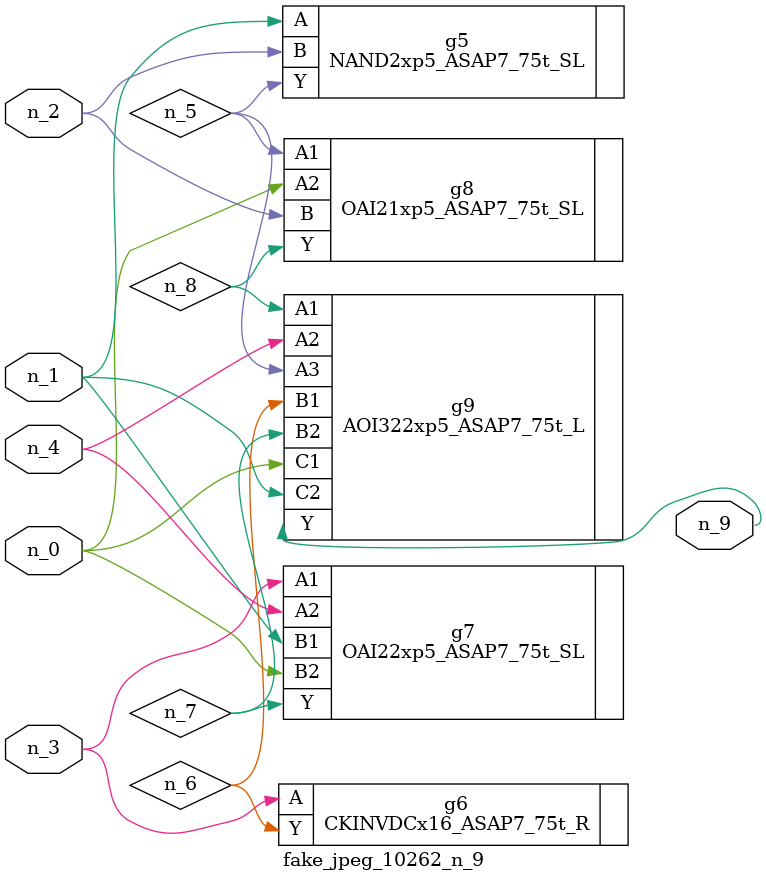
<source format=v>
module fake_jpeg_10262_n_9 (n_3, n_2, n_1, n_0, n_4, n_9);

input n_3;
input n_2;
input n_1;
input n_0;
input n_4;

output n_9;

wire n_8;
wire n_6;
wire n_5;
wire n_7;

NAND2xp5_ASAP7_75t_SL g5 ( 
.A(n_1),
.B(n_2),
.Y(n_5)
);

CKINVDCx16_ASAP7_75t_R g6 ( 
.A(n_3),
.Y(n_6)
);

OAI22xp5_ASAP7_75t_SL g7 ( 
.A1(n_3),
.A2(n_4),
.B1(n_1),
.B2(n_0),
.Y(n_7)
);

OAI21xp5_ASAP7_75t_SL g8 ( 
.A1(n_5),
.A2(n_0),
.B(n_2),
.Y(n_8)
);

AOI322xp5_ASAP7_75t_L g9 ( 
.A1(n_8),
.A2(n_4),
.A3(n_5),
.B1(n_6),
.B2(n_7),
.C1(n_0),
.C2(n_1),
.Y(n_9)
);


endmodule
</source>
